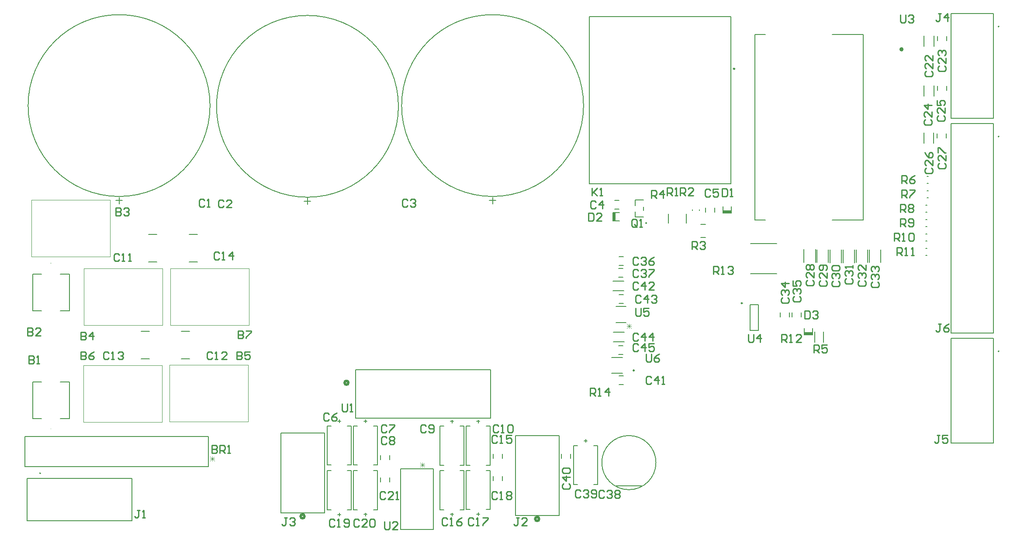
<source format=gto>
G04*
G04 #@! TF.GenerationSoftware,Altium Limited,Altium Designer,24.10.1 (45)*
G04*
G04 Layer_Color=65535*
%FSLAX44Y44*%
%MOMM*%
G71*
G04*
G04 #@! TF.SameCoordinates,A4BD9A84-A7EC-4617-AE02-E11DBA2AA322*
G04*
G04*
G04 #@! TF.FilePolarity,Positive*
G04*
G01*
G75*
%ADD10C,0.1524*%
%ADD11C,0.4000*%
%ADD12C,0.2000*%
%ADD13C,0.1000*%
%ADD14C,0.1500*%
%ADD15C,0.2500*%
%ADD16C,0.5080*%
%ADD17C,0.1270*%
%ADD18C,0.2540*%
%ADD19C,0.0762*%
%ADD20R,1.5870X0.5080*%
%ADD21R,0.5080X1.5870*%
D10*
X1469898Y855980D02*
G03*
X1469898Y855980I-1270J0D01*
G01*
X623316Y1083780D02*
G03*
X623316Y1083780I-176276J0D01*
G01*
X1347216D02*
G03*
X1347216Y1083780I-176276J0D01*
G01*
X988447Y1082303D02*
G03*
X988447Y1082303I-176276J0D01*
G01*
X1463675Y880517D02*
Y887324D01*
X1447165Y900430D02*
X1463675D01*
X1447165Y890042D02*
Y900430D01*
Y867410D02*
X1463675D01*
X1447165D02*
Y877799D01*
X264300Y442214D02*
X619900D01*
X264300Y383794D02*
Y442214D01*
Y383794D02*
X619900D01*
Y442214D01*
X447040Y893534D02*
Y906234D01*
X440690Y899884D02*
X453390D01*
X1409827Y662432D02*
X1429893D01*
X1409827Y693928D02*
X1429893D01*
X1670718Y757653D02*
X1721463D01*
X1670718Y816073D02*
X1721463D01*
X905510Y477520D02*
Y571500D01*
X1167130D01*
Y477520D02*
Y571500D01*
X905510Y477520D02*
X1167130D01*
X760349Y293370D02*
X844931D01*
X760349D02*
Y448310D01*
X844931D01*
Y293370D02*
Y448310D01*
X1215009Y288290D02*
X1299591D01*
X1215009D02*
Y443230D01*
X1299591D01*
Y288290D02*
Y443230D01*
X992300Y378968D02*
X1055800D01*
Y261112D02*
Y378968D01*
X992300Y261112D02*
X1055800D01*
X992300D02*
Y378968D01*
X1164590Y899884D02*
X1177290D01*
X1170940Y893534D02*
Y906234D01*
X805821Y898407D02*
X818521D01*
X812171Y892057D02*
Y904757D01*
D11*
X1965470Y1192823D02*
G03*
X1965470Y1192823I-2000J0D01*
G01*
D12*
X2152580Y1023620D02*
G03*
X2152580Y1023620I-1000J0D01*
G01*
X295011Y370503D02*
G03*
X295011Y370503I-1000J0D01*
G01*
X2152580Y607060D02*
G03*
X2152580Y607060I-1000J0D01*
G01*
Y1236980D02*
G03*
X2152580Y1236980I-1000J0D01*
G01*
X1847041Y779050D02*
Y804112D01*
X1824541Y779050D02*
Y804112D01*
X1923241Y779412D02*
Y804474D01*
X1900741Y779412D02*
Y804474D01*
X1897841Y779412D02*
Y804474D01*
X1875341Y779412D02*
Y804474D01*
X1872440Y779050D02*
Y804112D01*
X1849940Y779050D02*
Y804112D01*
X1821640Y779412D02*
Y804474D01*
X1799140Y779412D02*
Y804474D01*
X1796870Y779949D02*
Y805011D01*
X1774370Y779949D02*
Y805011D01*
X2010680Y793350D02*
X2012680D01*
X2010680Y806850D02*
X2012680D01*
X2010590Y821290D02*
X2012590D01*
X2010590Y834790D02*
X2012590D01*
X2010590Y849230D02*
X2012590D01*
X2010590Y862730D02*
X2012590D01*
X2013130Y905110D02*
X2015130D01*
X2013130Y918610D02*
X2015130D01*
X2013130Y933050D02*
X2015130D01*
X2013130Y946550D02*
X2015130D01*
X2010590Y877170D02*
X2012590D01*
X2010590Y890670D02*
X2012590D01*
X279410Y757010D02*
X296960D01*
X279410Y685910D02*
Y757010D01*
Y685910D02*
X296960D01*
X332960D02*
X350510D01*
Y757010D01*
X332960D02*
X350510D01*
X332960Y476868D02*
X350510D01*
Y547968D01*
X332960D02*
X350510D01*
X279410D02*
X296960D01*
X279410Y476868D02*
Y547968D01*
Y476868D02*
X296960D01*
X1410100Y346410D02*
X1460100D01*
X1790830Y638810D02*
Y651510D01*
X1775330Y638810D02*
Y651510D01*
Y638810D02*
X1790830D01*
X1751470Y673880D02*
Y682353D01*
X1768970Y673880D02*
Y682353D01*
X1728610Y673817D02*
Y682289D01*
X1746110Y673817D02*
Y682289D01*
X1794900Y624940D02*
Y645060D01*
X1811900Y624940D02*
Y645060D01*
X1415624Y699910D02*
X1424096D01*
X1415624Y717410D02*
X1424096D01*
X1401576Y594830D02*
X1422527D01*
X1401576Y564830D02*
X1422527D01*
X2050829Y1209820D02*
Y1218293D01*
X2033330Y1209820D02*
Y1218293D01*
X2050990Y1112834D02*
Y1121306D01*
X2033490Y1112834D02*
Y1121306D01*
X2050280Y1021323D02*
Y1029796D01*
X2032781Y1021323D02*
Y1029796D01*
X2006599Y1010604D02*
Y1031542D01*
X2025662Y1010604D02*
Y1031542D01*
X2007309Y1102051D02*
Y1122989D01*
X2026371Y1102051D02*
Y1122989D01*
X2007149Y1198571D02*
Y1219509D01*
X2026211Y1198571D02*
Y1219509D01*
X1670311Y647563D02*
Y697563D01*
X1686311Y647563D02*
Y697563D01*
X1670311D02*
X1686311D01*
X1670311Y647563D02*
X1686311D01*
X873760Y287440D02*
Y293440D01*
X870760Y290440D02*
X876760D01*
X889160Y375440D02*
X896760D01*
X850760D02*
X858360D01*
X850760Y299440D02*
Y375440D01*
X889160Y299440D02*
X896760D01*
X850760D02*
X858360D01*
X896760D02*
Y375440D01*
X873760Y468560D02*
Y474560D01*
X870760Y471560D02*
X876760D01*
X850760Y386560D02*
X858360D01*
X889160D02*
X896760D01*
Y462560D01*
X850760D02*
X858360D01*
X889160D02*
X896760D01*
X850760Y386560D02*
Y462560D01*
X1092200Y468180D02*
Y474180D01*
X1089200Y471180D02*
X1095200D01*
X1069200Y386180D02*
X1076800D01*
X1107600D02*
X1115200D01*
Y462180D01*
X1069200D02*
X1076800D01*
X1107600D02*
X1115200D01*
X1069200Y386180D02*
Y462180D01*
X1143000Y288200D02*
Y294200D01*
X1140000Y291200D02*
X1146000D01*
X1158400Y376200D02*
X1166000D01*
X1120000D02*
X1127600D01*
X1120000Y300200D02*
Y376200D01*
X1158400Y300200D02*
X1166000D01*
X1120000D02*
X1127600D01*
X1166000D02*
Y376200D01*
X971410Y353904D02*
Y362376D01*
X953910Y353904D02*
Y362376D01*
X924560Y287820D02*
Y293820D01*
X921560Y290820D02*
X927560D01*
X939960Y375820D02*
X947560D01*
X901560D02*
X909160D01*
X901560Y299820D02*
Y375820D01*
X939960Y299820D02*
X947560D01*
X901560D02*
X909160D01*
X947560D02*
Y375820D01*
X924560Y468560D02*
Y474560D01*
X921560Y471560D02*
X927560D01*
X901560Y386560D02*
X909160D01*
X939960D02*
X947560D01*
Y462560D01*
X901560D02*
X909160D01*
X939960D02*
X947560D01*
X901560Y386560D02*
Y462560D01*
X953910Y397084D02*
Y405556D01*
X971410Y397084D02*
Y405556D01*
X1143000Y468180D02*
Y474180D01*
X1140000Y471180D02*
X1146000D01*
X1120000Y386180D02*
X1127600D01*
X1158400D02*
X1166000D01*
Y462180D01*
X1120000D02*
X1127600D01*
X1158400D02*
X1166000D01*
X1120000Y386180D02*
Y462180D01*
X1092200Y287820D02*
Y293820D01*
X1089200Y290820D02*
X1095200D01*
X1107600Y375820D02*
X1115200D01*
X1069200D02*
X1076800D01*
X1069200Y299820D02*
Y375820D01*
X1107600Y299820D02*
X1115200D01*
X1069200D02*
X1076800D01*
X1115200D02*
Y375820D01*
X1415624Y542430D02*
X1424096D01*
X1415624Y559930D02*
X1424096D01*
X1321930Y399624D02*
Y408097D01*
X1304430Y399624D02*
Y408097D01*
X1415560Y600850D02*
X1424033D01*
X1415560Y618350D02*
X1424033D01*
X1172350Y399560D02*
Y408033D01*
X1189850Y399560D02*
Y408033D01*
X1328280Y348460D02*
Y424460D01*
X1366680D02*
X1374280D01*
X1328280D02*
X1335880D01*
X1374280Y348460D02*
Y424460D01*
X1366680Y348460D02*
X1374280D01*
X1328280D02*
X1335880D01*
X1348280Y433460D02*
X1354280D01*
X1351280Y430460D02*
Y436460D01*
X1189850Y356380D02*
Y364853D01*
X1172350Y356380D02*
Y364853D01*
X1358751Y931663D02*
Y1256763D01*
Y931663D02*
X1633050D01*
Y1256763D01*
X1358751D02*
X1633050D01*
X1415560Y750710D02*
X1424033D01*
X1415560Y768210D02*
X1424033D01*
X1415687Y773570D02*
X1424160D01*
X1415687Y791070D02*
X1424160D01*
X1601330Y877144D02*
Y885616D01*
X1583830Y877144D02*
Y885616D01*
X1571390Y880290D02*
Y882290D01*
X1557890Y880290D02*
Y882290D01*
X1574640Y853240D02*
X1583640D01*
X1574640Y828240D02*
X1583640D01*
X1403985Y860295D02*
X1416685D01*
X1403985Y875795D02*
X1416685D01*
X1403985Y860295D02*
Y875795D01*
X1633350Y875030D02*
Y887730D01*
X1617850Y875030D02*
Y887730D01*
Y875030D02*
X1633350D01*
X1407940Y900290D02*
X1416413D01*
X1407940Y882790D02*
X1416413D01*
X1404311Y743591D02*
X1425249D01*
X1404311Y724529D02*
X1425249D01*
X1404841Y644531D02*
X1425779D01*
X1404841Y625469D02*
X1425779D01*
X504378Y780168D02*
X520364D01*
X504378Y834199D02*
X520364D01*
X583117D02*
X599104D01*
X583117Y780168D02*
X599104D01*
X489573Y646238D02*
X505560D01*
X489573Y592208D02*
X505560D01*
X567957D02*
X583944D01*
X567957Y646238D02*
X583944D01*
D13*
X314960Y778460D02*
G03*
X314960Y777460I0J-500D01*
G01*
D02*
G03*
X314960Y778460I0J500D01*
G01*
X314960Y455418D02*
G03*
X314960Y456418I0J500D01*
G01*
D02*
G03*
X314960Y455418I0J-500D01*
G01*
X544871Y470563D02*
X697320D01*
Y580563D01*
X544871D02*
X697320D01*
X544871Y470563D02*
Y580563D01*
X429860Y790500D02*
Y900500D01*
X277410Y790500D02*
X429860D01*
X277410D02*
Y900500D01*
X429860D01*
X698826Y657883D02*
Y767883D01*
X546376Y657883D02*
X698826D01*
X546376D02*
Y767883D01*
X698826D01*
X378786Y657883D02*
Y767883D01*
X531236D01*
Y657883D02*
Y767883D01*
X378786Y657883D02*
X531236D01*
X530586Y469923D02*
Y579923D01*
X378136Y469923D02*
X530586D01*
X378136D02*
Y579923D01*
X530586D01*
D14*
X1487600Y391160D02*
G03*
X1487600Y391160I-52500J0D01*
G01*
D15*
X1445593Y570080D02*
G03*
X1445593Y570080I-1250J0D01*
G01*
X1655060Y700613D02*
G03*
X1655060Y700613I-1250J0D01*
G01*
X1640300Y1155163D02*
G03*
X1640300Y1155163I-1250J0D01*
G01*
D16*
X891540Y546100D02*
G03*
X891540Y546100I-3810J0D01*
G01*
X806450Y287020D02*
G03*
X806450Y287020I-3810J0D01*
G01*
X1261110Y281940D02*
G03*
X1261110Y281940I-3810J0D01*
G01*
D17*
X1889470Y861826D02*
Y1221826D01*
X1679471Y861826D02*
Y1221826D01*
X1829471Y861826D02*
X1889470D01*
X1679471Y1221826D02*
X1699471D01*
X1679471Y861826D02*
X1699471D01*
X1829471Y1221826D02*
X1889470D01*
X2059580Y1049020D02*
X2141580D01*
X2059580Y642620D02*
X2141580D01*
Y1049020D01*
X2059580Y642620D02*
Y1049020D01*
X268611Y278503D02*
Y360503D01*
X471811Y278503D02*
Y360503D01*
X268611D02*
X471811D01*
X268611Y278503D02*
X471811D01*
X2059580Y632460D02*
X2141580D01*
X2059580Y429260D02*
X2141580D01*
Y632460D01*
X2059580Y429260D02*
Y632460D01*
Y1262380D02*
X2141580D01*
X2059580Y1059180D02*
X2141580D01*
Y1262380D01*
X2059580Y1059180D02*
Y1262380D01*
X1546080Y856290D02*
Y873690D01*
X1512080Y856290D02*
Y873690D01*
D18*
X1830712Y743324D02*
X1828173Y740785D01*
Y735707D01*
X1830712Y733167D01*
X1840869D01*
X1843408Y735707D01*
Y740785D01*
X1840869Y743324D01*
X1830712Y748402D02*
X1828173Y750942D01*
Y756020D01*
X1830712Y758559D01*
X1833251D01*
X1835791Y756020D01*
Y753481D01*
Y756020D01*
X1838330Y758559D01*
X1840869D01*
X1843408Y756020D01*
Y750942D01*
X1840869Y748402D01*
X1830712Y763637D02*
X1828173Y766177D01*
Y771255D01*
X1830712Y773794D01*
X1840869D01*
X1843408Y771255D01*
Y766177D01*
X1840869Y763637D01*
X1830712D01*
X1781171Y745122D02*
X1778632Y742583D01*
Y737505D01*
X1781171Y734966D01*
X1791328D01*
X1793867Y737505D01*
Y742583D01*
X1791328Y745122D01*
X1793867Y760357D02*
Y750201D01*
X1783710Y760357D01*
X1781171D01*
X1778632Y757818D01*
Y752740D01*
X1781171Y750201D01*
Y765436D02*
X1778632Y767975D01*
Y773053D01*
X1781171Y775592D01*
X1783710D01*
X1786250Y773053D01*
X1788789Y775592D01*
X1791328D01*
X1793867Y773053D01*
Y767975D01*
X1791328Y765436D01*
X1788789D01*
X1786250Y767975D01*
X1783710Y765436D01*
X1781171D01*
X1786250Y767975D02*
Y773053D01*
X878843Y505457D02*
Y492761D01*
X881383Y490222D01*
X886461D01*
X889000Y492761D01*
Y505457D01*
X894078Y490222D02*
X899157D01*
X896618D01*
Y505457D01*
X894078Y502918D01*
X961394Y276858D02*
Y264162D01*
X963933Y261623D01*
X969012D01*
X971551Y264162D01*
Y276858D01*
X986786Y261623D02*
X976629D01*
X986786Y271779D01*
Y274319D01*
X984247Y276858D01*
X979168D01*
X976629Y274319D01*
X1508763Y909323D02*
Y924557D01*
X1516381D01*
X1518920Y922018D01*
Y916940D01*
X1516381Y914401D01*
X1508763D01*
X1513842D02*
X1518920Y909323D01*
X1523998D02*
X1529077D01*
X1526538D01*
Y924557D01*
X1523998Y922018D01*
X772161Y284477D02*
X767083D01*
X769622D01*
Y271781D01*
X767083Y269242D01*
X764543D01*
X762004Y271781D01*
X777239Y281938D02*
X779778Y284477D01*
X784857D01*
X787396Y281938D01*
Y279399D01*
X784857Y276860D01*
X782318D01*
X784857D01*
X787396Y274321D01*
Y271781D01*
X784857Y269242D01*
X779778D01*
X777239Y271781D01*
X1221741Y284477D02*
X1216663D01*
X1219202D01*
Y271781D01*
X1216663Y269242D01*
X1214123D01*
X1211584Y271781D01*
X1236976Y269242D02*
X1226819D01*
X1236976Y279399D01*
Y281938D01*
X1234437Y284477D01*
X1229358D01*
X1226819Y281938D01*
X1179833Y441958D02*
X1177294Y444497D01*
X1172215D01*
X1169676Y441958D01*
Y431801D01*
X1172215Y429262D01*
X1177294D01*
X1179833Y431801D01*
X1184911Y429262D02*
X1189990D01*
X1187450D01*
Y444497D01*
X1184911Y441958D01*
X1207764Y444497D02*
X1197607D01*
Y436880D01*
X1202685Y439419D01*
X1205225D01*
X1207764Y436880D01*
Y431801D01*
X1205225Y429262D01*
X1200146D01*
X1197607Y431801D01*
X1182373Y462278D02*
X1179834Y464817D01*
X1174755D01*
X1172216Y462278D01*
Y452121D01*
X1174755Y449582D01*
X1179834D01*
X1182373Y452121D01*
X1187451Y449582D02*
X1192530D01*
X1189990D01*
Y464817D01*
X1187451Y462278D01*
X1200147D02*
X1202686Y464817D01*
X1207765D01*
X1210304Y462278D01*
Y452121D01*
X1207765Y449582D01*
X1202686D01*
X1200147Y452121D01*
Y462278D01*
X1041401D02*
X1038862Y464817D01*
X1033783D01*
X1031244Y462278D01*
Y452121D01*
X1033783Y449582D01*
X1038862D01*
X1041401Y452121D01*
X1046479D02*
X1049018Y449582D01*
X1054097D01*
X1056636Y452121D01*
Y462278D01*
X1054097Y464817D01*
X1049018D01*
X1046479Y462278D01*
Y459739D01*
X1049018Y457200D01*
X1056636D01*
X965201Y439418D02*
X962662Y441958D01*
X957583D01*
X955044Y439418D01*
Y429262D01*
X957583Y426722D01*
X962662D01*
X965201Y429262D01*
X970279Y439418D02*
X972818Y441958D01*
X977897D01*
X980436Y439418D01*
Y436879D01*
X977897Y434340D01*
X980436Y431801D01*
Y429262D01*
X977897Y426722D01*
X972818D01*
X970279Y429262D01*
Y431801D01*
X972818Y434340D01*
X970279Y436879D01*
Y439418D01*
X972818Y434340D02*
X977897D01*
X965201Y462278D02*
X962662Y464818D01*
X957583D01*
X955044Y462278D01*
Y452122D01*
X957583Y449582D01*
X962662D01*
X965201Y452122D01*
X970279Y464818D02*
X980436D01*
Y462278D01*
X970279Y452122D01*
Y449582D01*
X853441Y485138D02*
X850902Y487677D01*
X845823D01*
X843284Y485138D01*
Y474982D01*
X845823Y472443D01*
X850902D01*
X853441Y474982D01*
X868676Y487677D02*
X863597Y485138D01*
X858519Y480060D01*
Y474982D01*
X861058Y472443D01*
X866137D01*
X868676Y474982D01*
Y477521D01*
X866137Y480060D01*
X858519D01*
X962663Y332738D02*
X960123Y335277D01*
X955045D01*
X952506Y332738D01*
Y322582D01*
X955045Y320042D01*
X960123D01*
X962663Y322582D01*
X977898Y320042D02*
X967741D01*
X977898Y330199D01*
Y332738D01*
X975358Y335277D01*
X970280D01*
X967741Y332738D01*
X982976Y320042D02*
X988054D01*
X985515D01*
Y335277D01*
X982976Y332738D01*
X911863Y279398D02*
X909324Y281938D01*
X904246D01*
X901707Y279398D01*
Y269242D01*
X904246Y266702D01*
X909324D01*
X911863Y269242D01*
X927098Y266702D02*
X916942D01*
X927098Y276859D01*
Y279398D01*
X924559Y281938D01*
X919481D01*
X916942Y279398D01*
X932177D02*
X934716Y281938D01*
X939794D01*
X942333Y279398D01*
Y269242D01*
X939794Y266702D01*
X934716D01*
X932177Y269242D01*
Y279398D01*
X864873D02*
X862334Y281938D01*
X857255D01*
X854716Y279398D01*
Y269242D01*
X857255Y266702D01*
X862334D01*
X864873Y269242D01*
X869951Y266702D02*
X875030D01*
X872490D01*
Y281938D01*
X869951Y279398D01*
X882647Y269242D02*
X885186Y266702D01*
X890265D01*
X892804Y269242D01*
Y279398D01*
X890265Y281938D01*
X885186D01*
X882647Y279398D01*
Y276859D01*
X885186Y274320D01*
X892804D01*
X1179833Y332738D02*
X1177294Y335277D01*
X1172215D01*
X1169676Y332738D01*
Y322582D01*
X1172215Y320042D01*
X1177294D01*
X1179833Y322582D01*
X1184911Y320042D02*
X1189990D01*
X1187450D01*
Y335277D01*
X1184911Y332738D01*
X1197607D02*
X1200146Y335277D01*
X1205225D01*
X1207764Y332738D01*
Y330199D01*
X1205225Y327660D01*
X1207764Y325121D01*
Y322582D01*
X1205225Y320042D01*
X1200146D01*
X1197607Y322582D01*
Y325121D01*
X1200146Y327660D01*
X1197607Y330199D01*
Y332738D01*
X1200146Y327660D02*
X1205225D01*
X1134113Y281938D02*
X1131574Y284478D01*
X1126495D01*
X1123956Y281938D01*
Y271782D01*
X1126495Y269242D01*
X1131574D01*
X1134113Y271782D01*
X1139191Y269242D02*
X1144270D01*
X1141730D01*
Y284478D01*
X1139191Y281938D01*
X1151887Y284478D02*
X1162044D01*
Y281938D01*
X1151887Y271782D01*
Y269242D01*
X1083313Y281938D02*
X1080774Y284478D01*
X1075695D01*
X1073156Y281938D01*
Y271782D01*
X1075695Y269242D01*
X1080774D01*
X1083313Y271782D01*
X1088391Y269242D02*
X1093470D01*
X1090930D01*
Y284478D01*
X1088391Y281938D01*
X1111244Y284478D02*
X1106165Y281938D01*
X1101087Y276860D01*
Y271782D01*
X1103626Y269242D01*
X1108705D01*
X1111244Y271782D01*
Y274321D01*
X1108705Y276860D01*
X1101087D01*
X1598936Y756923D02*
Y772158D01*
X1606554D01*
X1609093Y769618D01*
Y764540D01*
X1606554Y762001D01*
X1598936D01*
X1604014D02*
X1609093Y756923D01*
X1614171D02*
X1619250D01*
X1616710D01*
Y772158D01*
X1614171Y769618D01*
X1626867D02*
X1629406Y772158D01*
X1634485D01*
X1637024Y769618D01*
Y767079D01*
X1634485Y764540D01*
X1631945D01*
X1634485D01*
X1637024Y762001D01*
Y759462D01*
X1634485Y756923D01*
X1629406D01*
X1626867Y759462D01*
X1793244Y604523D02*
Y619757D01*
X1800862D01*
X1803401Y617218D01*
Y612140D01*
X1800862Y609601D01*
X1793244D01*
X1798322D02*
X1803401Y604523D01*
X1818636Y619757D02*
X1808479D01*
Y612140D01*
X1813557Y614679D01*
X1816097D01*
X1818636Y612140D01*
Y607062D01*
X1816097Y604523D01*
X1811018D01*
X1808479Y607062D01*
X1478284Y904242D02*
Y919477D01*
X1485902D01*
X1488441Y916938D01*
Y911860D01*
X1485902Y909321D01*
X1478284D01*
X1483362D02*
X1488441Y904242D01*
X1501137D02*
Y919477D01*
X1493519Y911860D01*
X1503676D01*
X1450340Y850902D02*
Y861058D01*
X1447801Y863597D01*
X1442722D01*
X1440183Y861058D01*
Y850902D01*
X1442722Y848363D01*
X1447801D01*
X1445262Y853441D02*
X1450340Y848363D01*
X1447801D02*
X1450340Y850902D01*
X1455418Y848363D02*
X1460497D01*
X1457958D01*
Y863597D01*
X1455418Y861058D01*
X1356999Y875662D02*
Y860427D01*
X1364617D01*
X1367156Y862966D01*
Y873123D01*
X1364617Y875662D01*
X1356999D01*
X1382391Y860427D02*
X1372234D01*
X1382391Y870584D01*
Y873123D01*
X1379852Y875662D01*
X1374773D01*
X1372234Y873123D01*
X1371474Y896618D02*
X1368935Y899157D01*
X1363856D01*
X1361317Y896618D01*
Y886461D01*
X1363856Y883922D01*
X1368935D01*
X1371474Y886461D01*
X1384170Y883922D02*
Y899157D01*
X1376552Y891540D01*
X1386709D01*
X677555Y647161D02*
Y631926D01*
X685172D01*
X687711Y634465D01*
Y637004D01*
X685172Y639543D01*
X677555D01*
X685172D01*
X687711Y642082D01*
Y644621D01*
X685172Y647161D01*
X677555D01*
X692790D02*
X702946D01*
Y644621D01*
X692790Y634465D01*
Y631926D01*
X372755Y606521D02*
Y591286D01*
X380372D01*
X382911Y593825D01*
Y596364D01*
X380372Y598903D01*
X372755D01*
X380372D01*
X382911Y601442D01*
Y603981D01*
X380372Y606521D01*
X372755D01*
X398146D02*
X393068Y603981D01*
X387990Y598903D01*
Y593825D01*
X390529Y591286D01*
X395607D01*
X398146Y593825D01*
Y596364D01*
X395607Y598903D01*
X387990D01*
X675015Y606521D02*
Y591286D01*
X682632D01*
X685171Y593825D01*
Y596364D01*
X682632Y598903D01*
X675015D01*
X682632D01*
X685171Y601442D01*
Y603981D01*
X682632Y606521D01*
X675015D01*
X700406D02*
X690250D01*
Y598903D01*
X695328Y601442D01*
X697867D01*
X700406Y598903D01*
Y593825D01*
X697867Y591286D01*
X692789D01*
X690250Y593825D01*
X372755Y644621D02*
Y629385D01*
X380372D01*
X382911Y631925D01*
Y634464D01*
X380372Y637003D01*
X372755D01*
X380372D01*
X382911Y639542D01*
Y642081D01*
X380372Y644621D01*
X372755D01*
X395607Y629385D02*
Y644621D01*
X387990Y637003D01*
X398146D01*
X440624Y885817D02*
Y870582D01*
X448242D01*
X450781Y873122D01*
Y875661D01*
X448242Y878200D01*
X440624D01*
X448242D01*
X450781Y880739D01*
Y883278D01*
X448242Y885817D01*
X440624D01*
X455859Y883278D02*
X458398Y885817D01*
X463476D01*
X466016Y883278D01*
Y880739D01*
X463476Y878200D01*
X460937D01*
X463476D01*
X466016Y875661D01*
Y873122D01*
X463476Y870582D01*
X458398D01*
X455859Y873122D01*
X641353Y797558D02*
X638814Y800098D01*
X633735D01*
X631196Y797558D01*
Y787402D01*
X633735Y784863D01*
X638814D01*
X641353Y787402D01*
X646431Y784863D02*
X651510D01*
X648970D01*
Y800098D01*
X646431Y797558D01*
X666745Y784863D02*
Y800098D01*
X659127Y792480D01*
X669284D01*
X628023Y603981D02*
X625484Y606521D01*
X620406D01*
X617867Y603981D01*
Y593825D01*
X620406Y591286D01*
X625484D01*
X628023Y593825D01*
X633102Y591286D02*
X638180D01*
X635641D01*
Y606521D01*
X633102Y603981D01*
X655954Y591286D02*
X645798D01*
X655954Y601442D01*
Y603981D01*
X653415Y606521D01*
X648337D01*
X645798Y603981D01*
X447247Y794481D02*
X444708Y797021D01*
X439630D01*
X437090Y794481D01*
Y784325D01*
X439630Y781786D01*
X444708D01*
X447247Y784325D01*
X452326Y781786D02*
X457404D01*
X454865D01*
Y797021D01*
X452326Y794481D01*
X465022Y781786D02*
X470100D01*
X467561D01*
Y797021D01*
X465022Y794481D01*
X427363Y603981D02*
X424824Y606521D01*
X419746D01*
X417207Y603981D01*
Y593825D01*
X419746Y591286D01*
X424824D01*
X427363Y593825D01*
X432442Y591286D02*
X437520D01*
X434981D01*
Y606521D01*
X432442Y603981D01*
X445138D02*
X447677Y606521D01*
X452755D01*
X455294Y603981D01*
Y601442D01*
X452755Y598903D01*
X450216D01*
X452755D01*
X455294Y596364D01*
Y593825D01*
X452755Y591286D01*
X447677D01*
X445138Y593825D01*
X1453293Y763909D02*
X1450754Y766448D01*
X1445676D01*
X1443136Y763909D01*
Y753752D01*
X1445676Y751213D01*
X1450754D01*
X1453293Y753752D01*
X1458371Y763909D02*
X1460911Y766448D01*
X1465989D01*
X1468528Y763909D01*
Y761370D01*
X1465989Y758831D01*
X1463450D01*
X1465989D01*
X1468528Y756291D01*
Y753752D01*
X1465989Y751213D01*
X1460911D01*
X1458371Y753752D01*
X1473607Y766448D02*
X1483763D01*
Y763909D01*
X1473607Y753752D01*
Y751213D01*
X1308102Y350523D02*
X1305562Y347984D01*
Y342906D01*
X1308102Y340367D01*
X1318258D01*
X1320797Y342906D01*
Y347984D01*
X1318258Y350523D01*
X1320797Y363219D02*
X1305562D01*
X1313180Y355602D01*
Y365758D01*
X1308102Y370837D02*
X1305562Y373376D01*
Y378454D01*
X1308102Y380993D01*
X1318258D01*
X1320797Y378454D01*
Y373376D01*
X1318258Y370837D01*
X1308102D01*
X1341123Y335658D02*
X1338584Y338197D01*
X1333506D01*
X1330967Y335658D01*
Y325501D01*
X1333506Y322962D01*
X1338584D01*
X1341123Y325501D01*
X1346202Y335658D02*
X1348741Y338197D01*
X1353819D01*
X1356358Y335658D01*
Y333119D01*
X1353819Y330580D01*
X1351280D01*
X1353819D01*
X1356358Y328041D01*
Y325501D01*
X1353819Y322962D01*
X1348741D01*
X1346202Y325501D01*
X1361437D02*
X1363976Y322962D01*
X1369054D01*
X1371593Y325501D01*
Y335658D01*
X1369054Y338197D01*
X1363976D01*
X1361437Y335658D01*
Y333119D01*
X1363976Y330580D01*
X1371593D01*
X1386843Y335278D02*
X1384304Y337817D01*
X1379226D01*
X1376687Y335278D01*
Y325122D01*
X1379226Y322583D01*
X1384304D01*
X1386843Y325122D01*
X1391922Y335278D02*
X1394461Y337817D01*
X1399539D01*
X1402078Y335278D01*
Y332739D01*
X1399539Y330200D01*
X1397000D01*
X1399539D01*
X1402078Y327661D01*
Y325122D01*
X1399539Y322583D01*
X1394461D01*
X1391922Y325122D01*
X1407157Y335278D02*
X1409696Y337817D01*
X1414774D01*
X1417313Y335278D01*
Y332739D01*
X1414774Y330200D01*
X1417313Y327661D01*
Y325122D01*
X1414774Y322583D01*
X1409696D01*
X1407157Y325122D01*
Y327661D01*
X1409696Y330200D01*
X1407157Y332739D01*
Y335278D01*
X1409696Y330200D02*
X1414774D01*
X1452947Y787398D02*
X1450408Y789938D01*
X1445329D01*
X1442790Y787398D01*
Y777242D01*
X1445329Y774702D01*
X1450408D01*
X1452947Y777242D01*
X1458025Y787398D02*
X1460564Y789938D01*
X1465643D01*
X1468182Y787398D01*
Y784859D01*
X1465643Y782320D01*
X1463103D01*
X1465643D01*
X1468182Y779781D01*
Y777242D01*
X1465643Y774702D01*
X1460564D01*
X1458025Y777242D01*
X1483417Y789938D02*
X1478339Y787398D01*
X1473260Y782320D01*
Y777242D01*
X1475799Y774702D01*
X1480878D01*
X1483417Y777242D01*
Y779781D01*
X1480878Y782320D01*
X1473260D01*
X269244Y652777D02*
Y637542D01*
X276862D01*
X279401Y640082D01*
Y642621D01*
X276862Y645160D01*
X269244D01*
X276862D01*
X279401Y647699D01*
Y650238D01*
X276862Y652777D01*
X269244D01*
X294636Y637542D02*
X284479D01*
X294636Y647699D01*
Y650238D01*
X292097Y652777D01*
X287018D01*
X284479Y650238D01*
X271783Y598876D02*
Y583641D01*
X279401D01*
X281940Y586180D01*
Y588719D01*
X279401Y591258D01*
X271783D01*
X279401D01*
X281940Y593797D01*
Y596336D01*
X279401Y598876D01*
X271783D01*
X287018Y583641D02*
X292097D01*
X289558D01*
Y598876D01*
X287018Y596336D01*
X1447804Y690878D02*
Y678182D01*
X1450343Y675642D01*
X1455422D01*
X1457961Y678182D01*
Y690878D01*
X1473196D02*
X1463039D01*
Y683260D01*
X1468118Y685799D01*
X1470657D01*
X1473196Y683260D01*
Y678182D01*
X1470657Y675642D01*
X1465578D01*
X1463039Y678182D01*
X1468124Y601978D02*
Y589282D01*
X1470663Y586743D01*
X1475742D01*
X1478281Y589282D01*
Y601978D01*
X1493516D02*
X1488438Y599438D01*
X1483359Y594360D01*
Y589282D01*
X1485898Y586743D01*
X1490977D01*
X1493516Y589282D01*
Y591821D01*
X1490977Y594360D01*
X1483359D01*
X1666244Y640078D02*
Y627382D01*
X1668783Y624842D01*
X1673862D01*
X1676401Y627382D01*
Y640078D01*
X1689097Y624842D02*
Y640078D01*
X1681479Y632460D01*
X1691636D01*
X1960884Y1259837D02*
Y1247141D01*
X1963423Y1244602D01*
X1968502D01*
X1971041Y1247141D01*
Y1259837D01*
X1976119Y1257298D02*
X1978658Y1259837D01*
X1983737D01*
X1986276Y1257298D01*
Y1254759D01*
X1983737Y1252220D01*
X1981198D01*
X1983737D01*
X1986276Y1249681D01*
Y1247141D01*
X1983737Y1244602D01*
X1978658D01*
X1976119Y1247141D01*
X1360176Y520703D02*
Y535938D01*
X1367794D01*
X1370333Y533398D01*
Y528320D01*
X1367794Y525781D01*
X1360176D01*
X1365255D02*
X1370333Y520703D01*
X1375411D02*
X1380490D01*
X1377950D01*
Y535938D01*
X1375411Y533398D01*
X1395725Y520703D02*
Y535938D01*
X1388107Y528320D01*
X1398264D01*
X1731016Y624842D02*
Y640078D01*
X1738634D01*
X1741173Y637538D01*
Y632460D01*
X1738634Y629921D01*
X1731016D01*
X1736095D02*
X1741173Y624842D01*
X1746251D02*
X1751330D01*
X1748790D01*
Y640078D01*
X1746251Y637538D01*
X1769104Y624842D02*
X1758947D01*
X1769104Y634999D01*
Y637538D01*
X1766565Y640078D01*
X1761486D01*
X1758947Y637538D01*
X1954855Y793019D02*
Y808254D01*
X1962473D01*
X1965012Y805715D01*
Y800637D01*
X1962473Y798098D01*
X1954855D01*
X1959933D02*
X1965012Y793019D01*
X1970090D02*
X1975168D01*
X1972629D01*
Y808254D01*
X1970090Y805715D01*
X1982786Y793019D02*
X1987864D01*
X1985325D01*
Y808254D01*
X1982786Y805715D01*
X1949376Y820959D02*
Y836195D01*
X1956993D01*
X1959533Y833655D01*
Y828577D01*
X1956993Y826038D01*
X1949376D01*
X1954454D02*
X1959533Y820959D01*
X1964611D02*
X1969689D01*
X1967150D01*
Y836195D01*
X1964611Y833655D01*
X1977307D02*
X1979846Y836195D01*
X1984924D01*
X1987464Y833655D01*
Y823499D01*
X1984924Y820959D01*
X1979846D01*
X1977307Y823499D01*
Y833655D01*
X1961424Y848899D02*
Y864135D01*
X1969041D01*
X1971580Y861595D01*
Y856517D01*
X1969041Y853978D01*
X1961424D01*
X1966502D02*
X1971580Y848899D01*
X1976659Y851439D02*
X1979198Y848899D01*
X1984276D01*
X1986815Y851439D01*
Y861595D01*
X1984276Y864135D01*
X1979198D01*
X1976659Y861595D01*
Y859056D01*
X1979198Y856517D01*
X1986815D01*
X1961114Y876839D02*
Y892075D01*
X1968731D01*
X1971270Y889535D01*
Y884457D01*
X1968731Y881918D01*
X1961114D01*
X1966192D02*
X1971270Y876839D01*
X1976349Y889535D02*
X1978888Y892075D01*
X1983966D01*
X1986505Y889535D01*
Y886996D01*
X1983966Y884457D01*
X1986505Y881918D01*
Y879379D01*
X1983966Y876839D01*
X1978888D01*
X1976349Y879379D01*
Y881918D01*
X1978888Y884457D01*
X1976349Y886996D01*
Y889535D01*
X1978888Y884457D02*
X1983966D01*
X1963654Y904779D02*
Y920014D01*
X1971271D01*
X1973810Y917475D01*
Y912397D01*
X1971271Y909858D01*
X1963654D01*
X1968732D02*
X1973810Y904779D01*
X1978889Y920014D02*
X1989046D01*
Y917475D01*
X1978889Y907319D01*
Y904779D01*
X1963964Y932719D02*
Y947954D01*
X1971581D01*
X1974120Y945415D01*
Y940337D01*
X1971581Y937798D01*
X1963964D01*
X1969042D02*
X1974120Y932719D01*
X1989355Y947954D02*
X1984277Y945415D01*
X1979199Y940337D01*
Y935259D01*
X1981738Y932719D01*
X1986816D01*
X1989355Y935259D01*
Y937798D01*
X1986816Y940337D01*
X1979199D01*
X1557024Y805182D02*
Y820417D01*
X1564642D01*
X1567181Y817878D01*
Y812800D01*
X1564642Y810261D01*
X1557024D01*
X1562103D02*
X1567181Y805182D01*
X1572259Y817878D02*
X1574798Y820417D01*
X1579877D01*
X1582416Y817878D01*
Y815339D01*
X1579877Y812800D01*
X1577337D01*
X1579877D01*
X1582416Y810261D01*
Y807722D01*
X1579877Y805182D01*
X1574798D01*
X1572259Y807722D01*
X1534164Y909323D02*
Y924557D01*
X1541782D01*
X1544321Y922018D01*
Y916940D01*
X1541782Y914401D01*
X1534164D01*
X1539243D02*
X1544321Y909323D01*
X1559556D02*
X1549399D01*
X1559556Y919479D01*
Y922018D01*
X1557017Y924557D01*
X1551938D01*
X1549399Y922018D01*
X1363354Y924021D02*
Y908785D01*
Y913864D01*
X1373510Y924021D01*
X1365893Y916403D01*
X1373510Y908785D01*
X1378589D02*
X1383667D01*
X1381128D01*
Y924021D01*
X1378589Y921481D01*
X2037081Y444497D02*
X2032003D01*
X2034542D01*
Y431801D01*
X2032003Y429262D01*
X2029463D01*
X2026924Y431801D01*
X2052316Y444497D02*
X2042159D01*
Y436880D01*
X2047238Y439419D01*
X2049777D01*
X2052316Y436880D01*
Y431801D01*
X2049777Y429262D01*
X2044698D01*
X2042159Y431801D01*
X2039621Y660397D02*
X2034543D01*
X2037082D01*
Y647702D01*
X2034543Y645163D01*
X2032003D01*
X2029464Y647702D01*
X2054856Y660397D02*
X2049778Y657858D01*
X2044699Y652780D01*
Y647702D01*
X2047238Y645163D01*
X2052317D01*
X2054856Y647702D01*
Y650241D01*
X2052317Y652780D01*
X2044699D01*
X2039621Y1262377D02*
X2034543D01*
X2037082D01*
Y1249681D01*
X2034543Y1247142D01*
X2032003D01*
X2029464Y1249681D01*
X2052317Y1247142D02*
Y1262377D01*
X2044699Y1254760D01*
X2054856D01*
X487051Y299181D02*
X481972D01*
X484511D01*
Y286485D01*
X481972Y283946D01*
X479433D01*
X476894Y286485D01*
X492129Y283946D02*
X497207D01*
X494668D01*
Y299181D01*
X492129Y296641D01*
X1775464Y685798D02*
Y670563D01*
X1783082D01*
X1785621Y673102D01*
Y683258D01*
X1783082Y685798D01*
X1775464D01*
X1790699Y683258D02*
X1793238Y685798D01*
X1798317D01*
X1800856Y683258D01*
Y680719D01*
X1798317Y678180D01*
X1795777D01*
X1798317D01*
X1800856Y675641D01*
Y673102D01*
X1798317Y670563D01*
X1793238D01*
X1790699Y673102D01*
X1615443Y922528D02*
Y907292D01*
X1623061D01*
X1625600Y909832D01*
Y919988D01*
X1623061Y922528D01*
X1615443D01*
X1630678Y907292D02*
X1635757D01*
X1633218D01*
Y922528D01*
X1630678Y919988D01*
X1452883Y619758D02*
X1450344Y622298D01*
X1445266D01*
X1442727Y619758D01*
Y609602D01*
X1445266Y607062D01*
X1450344D01*
X1452883Y609602D01*
X1465579Y607062D02*
Y622298D01*
X1457962Y614680D01*
X1468118D01*
X1483353Y622298D02*
X1473197D01*
Y614680D01*
X1478275Y617219D01*
X1480814D01*
X1483353Y614680D01*
Y609602D01*
X1480814Y607062D01*
X1475736D01*
X1473197Y609602D01*
X1453413Y640078D02*
X1450874Y642618D01*
X1445796D01*
X1443256Y640078D01*
Y629922D01*
X1445796Y627383D01*
X1450874D01*
X1453413Y629922D01*
X1466109Y627383D02*
Y642618D01*
X1458492Y635000D01*
X1468648D01*
X1481344Y627383D02*
Y642618D01*
X1473727Y635000D01*
X1483883D01*
X1457963Y713738D02*
X1455424Y716277D01*
X1450346D01*
X1447807Y713738D01*
Y703582D01*
X1450346Y701042D01*
X1455424D01*
X1457963Y703582D01*
X1470659Y701042D02*
Y716277D01*
X1463042Y708660D01*
X1473198D01*
X1478277Y713738D02*
X1480816Y716277D01*
X1485894D01*
X1488433Y713738D01*
Y711199D01*
X1485894Y708660D01*
X1483355D01*
X1485894D01*
X1488433Y706121D01*
Y703582D01*
X1485894Y701042D01*
X1480816D01*
X1478277Y703582D01*
X1453413Y739138D02*
X1450874Y741677D01*
X1445795D01*
X1443256Y739138D01*
Y728982D01*
X1445795Y726442D01*
X1450874D01*
X1453413Y728982D01*
X1466109Y726442D02*
Y741677D01*
X1458491Y734060D01*
X1468648D01*
X1483883Y726442D02*
X1473727D01*
X1483883Y736599D01*
Y739138D01*
X1481344Y741677D01*
X1476266D01*
X1473727Y739138D01*
X1478282Y556258D02*
X1475743Y558797D01*
X1470665D01*
X1468126Y556258D01*
Y546102D01*
X1470665Y543563D01*
X1475743D01*
X1478282Y546102D01*
X1490978Y543563D02*
Y558797D01*
X1483361Y551180D01*
X1493518D01*
X1498596Y543563D02*
X1503674D01*
X1501135D01*
Y558797D01*
X1498596Y556258D01*
X1755142Y713743D02*
X1752603Y711204D01*
Y706126D01*
X1755142Y703587D01*
X1765298D01*
X1767838Y706126D01*
Y711204D01*
X1765298Y713743D01*
X1755142Y718822D02*
X1752603Y721361D01*
Y726439D01*
X1755142Y728978D01*
X1757681D01*
X1760220Y726439D01*
Y723900D01*
Y726439D01*
X1762759Y728978D01*
X1765298D01*
X1767838Y726439D01*
Y721361D01*
X1765298Y718822D01*
X1752603Y744213D02*
Y734057D01*
X1760220D01*
X1757681Y739135D01*
Y741674D01*
X1760220Y744213D01*
X1765298D01*
X1767838Y741674D01*
Y736596D01*
X1765298Y734057D01*
X1732282Y711203D02*
X1729742Y708664D01*
Y703586D01*
X1732282Y701047D01*
X1742438D01*
X1744978Y703586D01*
Y708664D01*
X1742438Y711203D01*
X1732282Y716282D02*
X1729742Y718821D01*
Y723899D01*
X1732282Y726438D01*
X1734821D01*
X1737360Y723899D01*
Y721360D01*
Y723899D01*
X1739899Y726438D01*
X1742438D01*
X1744978Y723899D01*
Y718821D01*
X1742438Y716282D01*
X1744978Y739134D02*
X1729742D01*
X1737360Y731517D01*
Y741673D01*
X1906912Y741508D02*
X1904373Y738969D01*
Y733891D01*
X1906912Y731352D01*
X1917069D01*
X1919608Y733891D01*
Y738969D01*
X1917069Y741508D01*
X1906912Y746587D02*
X1904373Y749126D01*
Y754204D01*
X1906912Y756744D01*
X1909451D01*
X1911991Y754204D01*
Y751665D01*
Y754204D01*
X1914530Y756744D01*
X1917069D01*
X1919608Y754204D01*
Y749126D01*
X1917069Y746587D01*
X1906912Y761822D02*
X1904373Y764361D01*
Y769439D01*
X1906912Y771979D01*
X1909451D01*
X1911991Y769439D01*
Y766900D01*
Y769439D01*
X1914530Y771979D01*
X1917069D01*
X1919608Y769439D01*
Y764361D01*
X1917069Y761822D01*
X1881512Y744048D02*
X1878973Y741509D01*
Y736431D01*
X1881512Y733892D01*
X1891669D01*
X1894208Y736431D01*
Y741509D01*
X1891669Y744048D01*
X1881512Y749127D02*
X1878973Y751666D01*
Y756744D01*
X1881512Y759284D01*
X1884051D01*
X1886591Y756744D01*
Y754205D01*
Y756744D01*
X1889130Y759284D01*
X1891669D01*
X1894208Y756744D01*
Y751666D01*
X1891669Y749127D01*
X1894208Y774519D02*
Y764362D01*
X1884051Y774519D01*
X1881512D01*
X1878973Y771980D01*
Y766901D01*
X1881512Y764362D01*
X1856112Y748041D02*
X1853573Y745502D01*
Y740424D01*
X1856112Y737884D01*
X1866269D01*
X1868808Y740424D01*
Y745502D01*
X1866269Y748041D01*
X1856112Y753119D02*
X1853573Y755659D01*
Y760737D01*
X1856112Y763276D01*
X1858651D01*
X1861190Y760737D01*
Y758198D01*
Y760737D01*
X1863730Y763276D01*
X1866269D01*
X1868808Y760737D01*
Y755659D01*
X1866269Y753119D01*
X1868808Y768354D02*
Y773433D01*
Y770894D01*
X1853573D01*
X1856112Y768354D01*
X1805942Y744223D02*
X1803402Y741684D01*
Y736606D01*
X1805942Y734066D01*
X1816098D01*
X1818638Y736606D01*
Y741684D01*
X1816098Y744223D01*
X1818638Y759458D02*
Y749301D01*
X1808481Y759458D01*
X1805942D01*
X1803402Y756919D01*
Y751841D01*
X1805942Y749301D01*
X1816098Y764537D02*
X1818638Y767076D01*
Y772154D01*
X1816098Y774693D01*
X1805942D01*
X1803402Y772154D01*
Y767076D01*
X1805942Y764537D01*
X1808481D01*
X1811020Y767076D01*
Y774693D01*
X2036452Y972223D02*
X2033913Y969684D01*
Y964605D01*
X2036452Y962066D01*
X2046609D01*
X2049148Y964605D01*
Y969684D01*
X2046609Y972223D01*
X2049148Y987458D02*
Y977301D01*
X2038991Y987458D01*
X2036452D01*
X2033913Y984919D01*
Y979840D01*
X2036452Y977301D01*
X2033913Y992536D02*
Y1002693D01*
X2036452D01*
X2046609Y992536D01*
X2049148D01*
X2011052Y962656D02*
X2008513Y960117D01*
Y955039D01*
X2011052Y952499D01*
X2021209D01*
X2023748Y955039D01*
Y960117D01*
X2021209Y962656D01*
X2023748Y977891D02*
Y967735D01*
X2013591Y977891D01*
X2011052D01*
X2008513Y975352D01*
Y970274D01*
X2011052Y967735D01*
X2008513Y993126D02*
X2011052Y988048D01*
X2016131Y982970D01*
X2021209D01*
X2023748Y985509D01*
Y990587D01*
X2021209Y993126D01*
X2018670D01*
X2016131Y990587D01*
Y982970D01*
X2034621Y1063734D02*
X2032082Y1061194D01*
Y1056116D01*
X2034621Y1053577D01*
X2044778D01*
X2047317Y1056116D01*
Y1061194D01*
X2044778Y1063734D01*
X2047317Y1078969D02*
Y1068812D01*
X2037160Y1078969D01*
X2034621D01*
X2032082Y1076429D01*
Y1071351D01*
X2034621Y1068812D01*
X2032082Y1094204D02*
Y1084047D01*
X2039700D01*
X2037160Y1089125D01*
Y1091664D01*
X2039700Y1094204D01*
X2044778D01*
X2047317Y1091664D01*
Y1086586D01*
X2044778Y1084047D01*
X2009221Y1056643D02*
X2006682Y1054104D01*
Y1049026D01*
X2009221Y1046487D01*
X2019378D01*
X2021917Y1049026D01*
Y1054104D01*
X2019378Y1056643D01*
X2021917Y1071878D02*
Y1061722D01*
X2011761Y1071878D01*
X2009221D01*
X2006682Y1069339D01*
Y1064261D01*
X2009221Y1061722D01*
X2021917Y1084574D02*
X2006682D01*
X2014300Y1076957D01*
Y1087113D01*
X2037001Y1160783D02*
X2034462Y1158244D01*
Y1153166D01*
X2037001Y1150627D01*
X2047158D01*
X2049697Y1153166D01*
Y1158244D01*
X2047158Y1160783D01*
X2049697Y1176018D02*
Y1165862D01*
X2039540Y1176018D01*
X2037001D01*
X2034462Y1173479D01*
Y1168401D01*
X2037001Y1165862D01*
Y1181097D02*
X2034462Y1183636D01*
Y1188714D01*
X2037001Y1191253D01*
X2039540D01*
X2042080Y1188714D01*
Y1186175D01*
Y1188714D01*
X2044619Y1191253D01*
X2047158D01*
X2049697Y1188714D01*
Y1183636D01*
X2047158Y1181097D01*
X2011601Y1150623D02*
X2009062Y1148084D01*
Y1143006D01*
X2011601Y1140467D01*
X2021758D01*
X2024297Y1143006D01*
Y1148084D01*
X2021758Y1150623D01*
X2024297Y1165858D02*
Y1155702D01*
X2014140Y1165858D01*
X2011601D01*
X2009062Y1163319D01*
Y1158241D01*
X2011601Y1155702D01*
X2024297Y1181093D02*
Y1170937D01*
X2014140Y1181093D01*
X2011601D01*
X2009062Y1178554D01*
Y1173476D01*
X2011601Y1170937D01*
X1592581Y919542D02*
X1590042Y922081D01*
X1584963D01*
X1582424Y919542D01*
Y909385D01*
X1584963Y906846D01*
X1590042D01*
X1592581Y909385D01*
X1607816Y922081D02*
X1597659D01*
Y914464D01*
X1602737Y917003D01*
X1605277D01*
X1607816Y914464D01*
Y909385D01*
X1605277Y906846D01*
X1600198D01*
X1597659Y909385D01*
X1005841Y900098D02*
X1003302Y902637D01*
X998223D01*
X995684Y900098D01*
Y889941D01*
X998223Y887402D01*
X1003302D01*
X1005841Y889941D01*
X1010919Y900098D02*
X1013458Y902637D01*
X1018537D01*
X1021076Y900098D01*
Y897559D01*
X1018537Y895020D01*
X1015997D01*
X1018537D01*
X1021076Y892481D01*
Y889941D01*
X1018537Y887402D01*
X1013458D01*
X1010919Y889941D01*
X649611Y898621D02*
X647072Y901161D01*
X641994D01*
X639455Y898621D01*
Y888465D01*
X641994Y885926D01*
X647072D01*
X649611Y888465D01*
X664846Y885926D02*
X654690D01*
X664846Y896082D01*
Y898621D01*
X662307Y901161D01*
X657229D01*
X654690Y898621D01*
X612140Y900098D02*
X609601Y902637D01*
X604523D01*
X601983Y900098D01*
Y889941D01*
X604523Y887402D01*
X609601D01*
X612140Y889941D01*
X617218Y887402D02*
X622297D01*
X619758D01*
Y902637D01*
X617218Y900098D01*
X626815Y424715D02*
Y409479D01*
X634433D01*
X636972Y412019D01*
Y414558D01*
X634433Y417097D01*
X626815D01*
X634433D01*
X636972Y419636D01*
Y422175D01*
X634433Y424715D01*
X626815D01*
X642050Y409479D02*
Y424715D01*
X649668D01*
X652207Y422175D01*
Y417097D01*
X649668Y414558D01*
X642050D01*
X647129D02*
X652207Y409479D01*
X657285D02*
X662364D01*
X659825D01*
Y424715D01*
X657285Y422175D01*
D19*
X631965Y394550D02*
X623501Y403014D01*
X631965D02*
X623501Y394550D01*
X631965Y398782D02*
X623501D01*
X627733Y403014D02*
Y394550D01*
X1439926Y652004D02*
X1431462Y660468D01*
X1439926D02*
X1431462Y652004D01*
X1439926Y656236D02*
X1431462D01*
X1435694Y660468D02*
Y652004D01*
X1039280Y391033D02*
X1030816Y382569D01*
Y391033D02*
X1039280Y382569D01*
X1035048Y391033D02*
Y382569D01*
X1030816Y386801D02*
X1039280D01*
D20*
X1782764Y641351D02*
D03*
X1625283Y877574D02*
D03*
D21*
X1406525Y868360D02*
D03*
M02*

</source>
